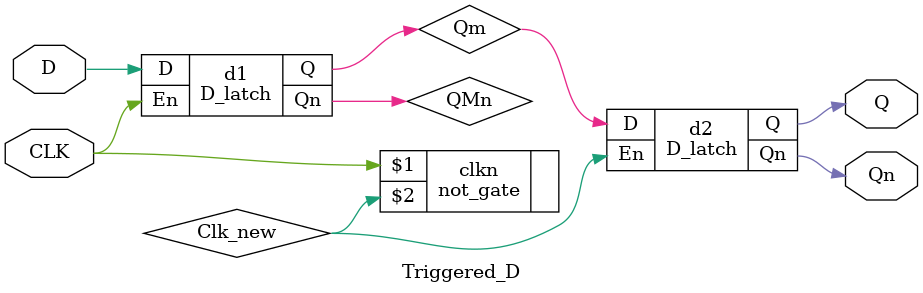
<source format=v>
`timescale 1ns / 1ps


module D_latch(
    input D,
    input En,
    output Q,
    output Qn
    );
    wire R;
    not_gate n1(D,R);
    sr_latch_enabled s(D,R,En,Q,Qn);

endmodule

module Triggered_D(input D,input CLK, output Q, output Qn);
    wire Clk_new, Qm, Qmn;
    not_gate clkn(CLK,Clk_new);
    D_latch d1(D,CLK,Qm, QMn);
    D_latch d2(Qm,Clk_new,Q,Qn);
endmodule
</source>
